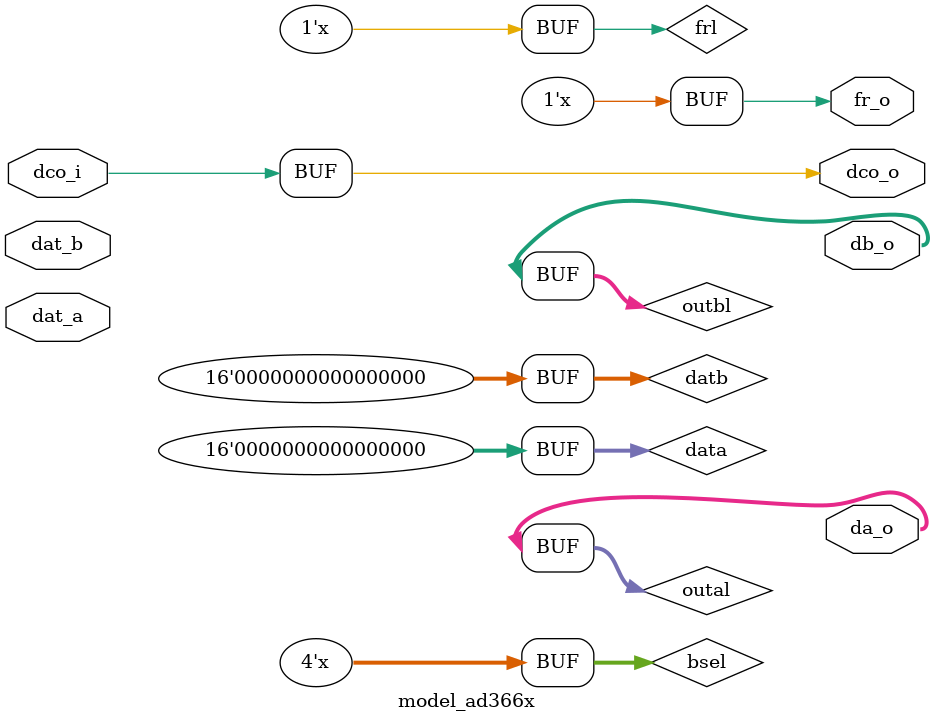
<source format=sv>


`timescale 1ns/1ps

module model_ad366x #(
  parameter TPHS = 0    ,
  parameter LW   = 2    ,
  parameter TSER = 0.1  ,
  parameter TDLY = 0.1   
)
(
  input      [ 14-1:0] dat_a    , // data
  input      [ 14-1:0] dat_b    , // data

  input                dco_i    , // data clock
  output reg           dco_o    , // data clock
  output reg           fr_o     , // frame
  output reg [ LW-1:0] da_o     , // data
  output reg [ LW-1:0] db_o       // data
);

localparam PW = 16/LW;
localparam CW = $clog2(PW) + 1;

always @(*) begin
/* #TSER*/ dco_o <= dco_i;
end

reg  [16-1: 0] data = 0;
reg  [16-1: 0] outa = 0;
reg  [16-1: 0] datb = 0;
reg  [16-1: 0] outb = 0;
reg  [CW-1: 0] bsel = 1;

reg            frl   = 0;
reg  [LW-1: 0] outal = 0;
reg  [LW-1: 0] outbl = 0;

always @(posedge dco_o) begin

  if (&bsel[2:0])begin
   outa <= {dat_a, 2'h0} ;
   outb <= {dat_b, 2'h0} ;
  end
end



//if (LW==2) begin
 always @(dco_o) begin
  frl  <= bsel[3]  ;
  bsel <= bsel + 1 ;

  case (bsel[2:0])
    3'h0 : outal <=  {outa[15], outa[14]} ;  // 1 0
    3'h1 : outal <=  {outa[13], outa[12]} ;  // 1 0
    3'h2 : outal <=  {outa[11], outa[10]} ;  // 1 0
    3'h3 : outal <=  {outa[ 9], outa[ 8]} ;  // 1 0
    3'h4 : outal <=  {outa[ 7], outa[ 6]} ;  // 1 0
    3'h5 : outal <=  {outa[ 5], outa[ 4]} ;  // 1 0
    3'h6 : outal <=  {outa[ 3], outa[ 2]} ;  // 1 0
    3'h7 : outal <=  {outa[ 1], outa[ 0]} ;  // 1 0
  endcase
  case (bsel[2:0])
    3'h0 : outbl <=  {outb[15], outb[14]} ;  // 1 0
    3'h1 : outbl <=  {outb[13], outb[12]} ;  // 1 0
    3'h2 : outbl <=  {outb[11], outb[10]} ;  // 1 0
    3'h3 : outbl <=  {outb[ 9], outb[ 8]} ;  // 1 0
    3'h4 : outbl <=  {outb[ 7], outb[ 6]} ;  // 1 0
    3'h5 : outbl <=  {outb[ 5], outb[ 4]} ;  // 1 0
    3'h6 : outbl <=  {outb[ 3], outb[ 2]} ;  // 1 0
    3'h7 : outbl <=  {outb[ 1], outb[ 0]} ;  // 1 0
  endcase
 end
//end






always @(dco_o)
  #TDLY  fr_o <= frl   ;
always @(dco_o)
  #TDLY  da_o <= outal ;
always @(dco_o)
  #TDLY  db_o <= outbl ;



endmodule

</source>
